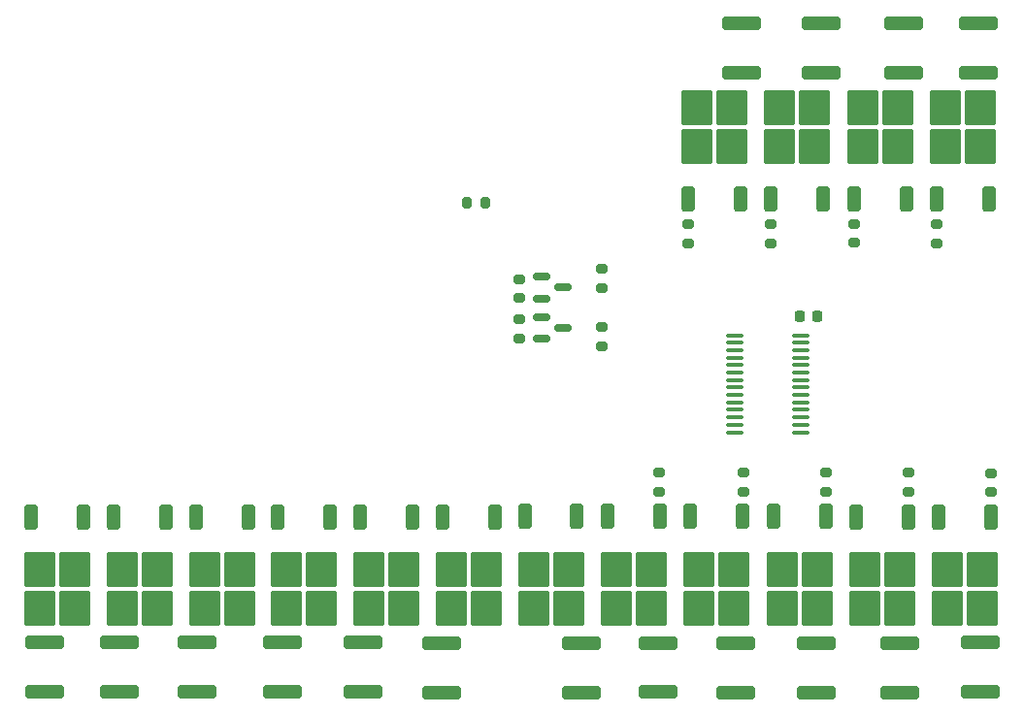
<source format=gbr>
%TF.GenerationSoftware,KiCad,Pcbnew,8.0.0*%
%TF.CreationDate,2024-05-11T13:18:48+02:00*%
%TF.ProjectId,led_stairs_controller,6c65645f-7374-4616-9972-735f636f6e74,V0.2*%
%TF.SameCoordinates,Original*%
%TF.FileFunction,Paste,Top*%
%TF.FilePolarity,Positive*%
%FSLAX46Y46*%
G04 Gerber Fmt 4.6, Leading zero omitted, Abs format (unit mm)*
G04 Created by KiCad (PCBNEW 8.0.0) date 2024-05-11 13:18:48*
%MOMM*%
%LPD*%
G01*
G04 APERTURE LIST*
G04 Aperture macros list*
%AMRoundRect*
0 Rectangle with rounded corners*
0 $1 Rounding radius*
0 $2 $3 $4 $5 $6 $7 $8 $9 X,Y pos of 4 corners*
0 Add a 4 corners polygon primitive as box body*
4,1,4,$2,$3,$4,$5,$6,$7,$8,$9,$2,$3,0*
0 Add four circle primitives for the rounded corners*
1,1,$1+$1,$2,$3*
1,1,$1+$1,$4,$5*
1,1,$1+$1,$6,$7*
1,1,$1+$1,$8,$9*
0 Add four rect primitives between the rounded corners*
20,1,$1+$1,$2,$3,$4,$5,0*
20,1,$1+$1,$4,$5,$6,$7,0*
20,1,$1+$1,$6,$7,$8,$9,0*
20,1,$1+$1,$8,$9,$2,$3,0*%
G04 Aperture macros list end*
%ADD10RoundRect,0.200000X-0.275000X0.200000X-0.275000X-0.200000X0.275000X-0.200000X0.275000X0.200000X0*%
%ADD11RoundRect,0.200000X0.275000X-0.200000X0.275000X0.200000X-0.275000X0.200000X-0.275000X-0.200000X0*%
%ADD12RoundRect,0.100000X-0.637500X-0.100000X0.637500X-0.100000X0.637500X0.100000X-0.637500X0.100000X0*%
%ADD13RoundRect,0.250000X1.450000X-0.312500X1.450000X0.312500X-1.450000X0.312500X-1.450000X-0.312500X0*%
%ADD14RoundRect,0.250000X-1.450000X0.312500X-1.450000X-0.312500X1.450000X-0.312500X1.450000X0.312500X0*%
%ADD15RoundRect,0.250000X-0.350000X0.850000X-0.350000X-0.850000X0.350000X-0.850000X0.350000X0.850000X0*%
%ADD16RoundRect,0.250000X-1.125000X1.275000X-1.125000X-1.275000X1.125000X-1.275000X1.125000X1.275000X0*%
%ADD17RoundRect,0.200000X-0.200000X-0.275000X0.200000X-0.275000X0.200000X0.275000X-0.200000X0.275000X0*%
%ADD18RoundRect,0.250000X0.350000X-0.850000X0.350000X0.850000X-0.350000X0.850000X-0.350000X-0.850000X0*%
%ADD19RoundRect,0.250000X1.125000X-1.275000X1.125000X1.275000X-1.125000X1.275000X-1.125000X-1.275000X0*%
%ADD20RoundRect,0.150000X-0.587500X-0.150000X0.587500X-0.150000X0.587500X0.150000X-0.587500X0.150000X0*%
%ADD21RoundRect,0.225000X-0.225000X-0.250000X0.225000X-0.250000X0.225000X0.250000X-0.225000X0.250000X0*%
G04 APERTURE END LIST*
D10*
%TO.C,R8*%
X164020000Y-107575000D03*
X164020000Y-109225000D03*
%TD*%
D11*
%TO.C,R16*%
X166500000Y-87525000D03*
X166500000Y-85875000D03*
%TD*%
D12*
%TO.C,U1*%
X170600000Y-95575000D03*
X170600000Y-96225000D03*
X170600000Y-96875000D03*
X170600000Y-97525000D03*
X170600000Y-98175000D03*
X170600000Y-98825000D03*
X170600000Y-99475000D03*
X170600000Y-100125000D03*
X170600000Y-100775000D03*
X170600000Y-101425000D03*
X170600000Y-102075000D03*
X170600000Y-102725000D03*
X170600000Y-103375000D03*
X170600000Y-104025000D03*
X176325000Y-104025000D03*
X176325000Y-103375000D03*
X176325000Y-102725000D03*
X176325000Y-102075000D03*
X176325000Y-101425000D03*
X176325000Y-100775000D03*
X176325000Y-100125000D03*
X176325000Y-99475000D03*
X176325000Y-98825000D03*
X176325000Y-98175000D03*
X176325000Y-97525000D03*
X176325000Y-96875000D03*
X176325000Y-96225000D03*
X176325000Y-95575000D03*
%TD*%
D13*
%TO.C,F15*%
X178100000Y-72637500D03*
X178100000Y-68362500D03*
%TD*%
D14*
%TO.C,F2*%
X116900000Y-122362500D03*
X116900000Y-126637500D03*
%TD*%
D10*
%TO.C,R9*%
X171320000Y-107575000D03*
X171320000Y-109225000D03*
%TD*%
D15*
%TO.C,Q1*%
X113800000Y-111400000D03*
D16*
X113045000Y-116025000D03*
X109995000Y-116025000D03*
X113045000Y-119375000D03*
X109995000Y-119375000D03*
D15*
X109240000Y-111400000D03*
%TD*%
D11*
%TO.C,R15*%
X173700000Y-87525000D03*
X173700000Y-85875000D03*
%TD*%
D15*
%TO.C,Q8*%
X164025000Y-111375000D03*
D16*
X163270000Y-116000000D03*
X160220000Y-116000000D03*
X163270000Y-119350000D03*
X160220000Y-119350000D03*
D15*
X159465000Y-111375000D03*
%TD*%
%TO.C,Q6*%
X149680000Y-111400000D03*
D16*
X148925000Y-116025000D03*
X145875000Y-116025000D03*
X148925000Y-119375000D03*
X145875000Y-119375000D03*
D15*
X145120000Y-111400000D03*
%TD*%
D14*
%TO.C,F5*%
X138200000Y-122362500D03*
X138200000Y-126637500D03*
%TD*%
D15*
%TO.C,Q10*%
X178525000Y-111375000D03*
D16*
X177770000Y-116000000D03*
X174720000Y-116000000D03*
X177770000Y-119350000D03*
X174720000Y-119350000D03*
D15*
X173965000Y-111375000D03*
%TD*%
D14*
%TO.C,F12*%
X192000000Y-122362500D03*
X192000000Y-126637500D03*
%TD*%
D10*
%TO.C,R19*%
X151800000Y-94175000D03*
X151800000Y-95825000D03*
%TD*%
D17*
%TO.C,R17*%
X147175000Y-84000000D03*
X148825000Y-84000000D03*
%TD*%
D15*
%TO.C,Q3*%
X128180000Y-111400000D03*
D16*
X127425000Y-116025000D03*
X124375000Y-116025000D03*
X127425000Y-119375000D03*
X124375000Y-119375000D03*
D15*
X123620000Y-111400000D03*
%TD*%
D13*
%TO.C,F16*%
X171200000Y-72637500D03*
X171200000Y-68362500D03*
%TD*%
D14*
%TO.C,F8*%
X163900000Y-122425000D03*
X163900000Y-126700000D03*
%TD*%
D18*
%TO.C,Q16*%
X166500000Y-83700000D03*
D19*
X167255000Y-79075000D03*
X170305000Y-79075000D03*
X167255000Y-75725000D03*
X170305000Y-75725000D03*
D18*
X171060000Y-83700000D03*
%TD*%
D20*
%TO.C,Q18*%
X153725000Y-90450000D03*
X153725000Y-92350000D03*
X155600000Y-91400000D03*
%TD*%
D14*
%TO.C,F9*%
X170700000Y-122462500D03*
X170700000Y-126737500D03*
%TD*%
D10*
%TO.C,R12*%
X192920000Y-107600000D03*
X192920000Y-109250000D03*
%TD*%
%TO.C,R10*%
X178520000Y-107575000D03*
X178520000Y-109225000D03*
%TD*%
D13*
%TO.C,F13*%
X191800000Y-72637500D03*
X191800000Y-68362500D03*
%TD*%
%TO.C,F14*%
X185300000Y-72637500D03*
X185300000Y-68362500D03*
%TD*%
D11*
%TO.C,R18*%
X159000000Y-96525000D03*
X159000000Y-94875000D03*
%TD*%
D18*
%TO.C,Q15*%
X173740000Y-83700000D03*
D19*
X174495000Y-79075000D03*
X177545000Y-79075000D03*
X174495000Y-75725000D03*
X177545000Y-75725000D03*
D18*
X178300000Y-83700000D03*
%TD*%
D21*
%TO.C,C1*%
X176250000Y-93900000D03*
X177800000Y-93900000D03*
%TD*%
D15*
%TO.C,Q2*%
X120980000Y-111400000D03*
D16*
X120225000Y-116025000D03*
X117175000Y-116025000D03*
X120225000Y-119375000D03*
X117175000Y-119375000D03*
D15*
X116420000Y-111400000D03*
%TD*%
D11*
%TO.C,R14*%
X181000000Y-87500000D03*
X181000000Y-85850000D03*
%TD*%
D15*
%TO.C,Q4*%
X135300000Y-111400000D03*
D16*
X134545000Y-116025000D03*
X131495000Y-116025000D03*
X134545000Y-119375000D03*
X131495000Y-119375000D03*
D15*
X130740000Y-111400000D03*
%TD*%
%TO.C,Q11*%
X185700000Y-111400000D03*
D16*
X184945000Y-116025000D03*
X181895000Y-116025000D03*
X184945000Y-119375000D03*
X181895000Y-119375000D03*
D15*
X181140000Y-111400000D03*
%TD*%
D10*
%TO.C,R20*%
X151800000Y-90675000D03*
X151800000Y-92325000D03*
%TD*%
D14*
%TO.C,F11*%
X185000000Y-122462500D03*
X185000000Y-126737500D03*
%TD*%
D15*
%TO.C,Q5*%
X142480000Y-111400000D03*
D16*
X141725000Y-116025000D03*
X138675000Y-116025000D03*
X141725000Y-119375000D03*
X138675000Y-119375000D03*
D15*
X137920000Y-111400000D03*
%TD*%
D14*
%TO.C,F6*%
X145000000Y-122462500D03*
X145000000Y-126737500D03*
%TD*%
D20*
%TO.C,Q17*%
X153725000Y-93950000D03*
X153725000Y-95850000D03*
X155600000Y-94900000D03*
%TD*%
D14*
%TO.C,F10*%
X177700000Y-122462500D03*
X177700000Y-126737500D03*
%TD*%
D11*
%TO.C,R13*%
X188200000Y-87525000D03*
X188200000Y-85875000D03*
%TD*%
D15*
%TO.C,Q7*%
X156825000Y-111375000D03*
D16*
X156070000Y-116000000D03*
X153020000Y-116000000D03*
X156070000Y-119350000D03*
X153020000Y-119350000D03*
D15*
X152265000Y-111375000D03*
%TD*%
D18*
%TO.C,Q14*%
X181000000Y-83700000D03*
D19*
X181755000Y-79075000D03*
X184805000Y-79075000D03*
X181755000Y-75725000D03*
X184805000Y-75725000D03*
D18*
X185560000Y-83700000D03*
%TD*%
D14*
%TO.C,F1*%
X110400000Y-122362500D03*
X110400000Y-126637500D03*
%TD*%
D10*
%TO.C,R11*%
X185720000Y-107575000D03*
X185720000Y-109225000D03*
%TD*%
D15*
%TO.C,Q12*%
X192925000Y-111400000D03*
D16*
X192170000Y-116025000D03*
X189120000Y-116025000D03*
X192170000Y-119375000D03*
X189120000Y-119375000D03*
D15*
X188365000Y-111400000D03*
%TD*%
D18*
%TO.C,Q13*%
X188200000Y-83700000D03*
D19*
X188955000Y-79075000D03*
X192005000Y-79075000D03*
X188955000Y-75725000D03*
X192005000Y-75725000D03*
D18*
X192760000Y-83700000D03*
%TD*%
D14*
%TO.C,F3*%
X123700000Y-122362500D03*
X123700000Y-126637500D03*
%TD*%
%TO.C,F4*%
X131100000Y-122362500D03*
X131100000Y-126637500D03*
%TD*%
%TO.C,F7*%
X157200000Y-122462500D03*
X157200000Y-126737500D03*
%TD*%
D15*
%TO.C,Q9*%
X171275000Y-111375000D03*
D16*
X170520000Y-116000000D03*
X167470000Y-116000000D03*
X170520000Y-119350000D03*
X167470000Y-119350000D03*
D15*
X166715000Y-111375000D03*
%TD*%
D10*
%TO.C,R21*%
X159000000Y-89775000D03*
X159000000Y-91425000D03*
%TD*%
M02*

</source>
